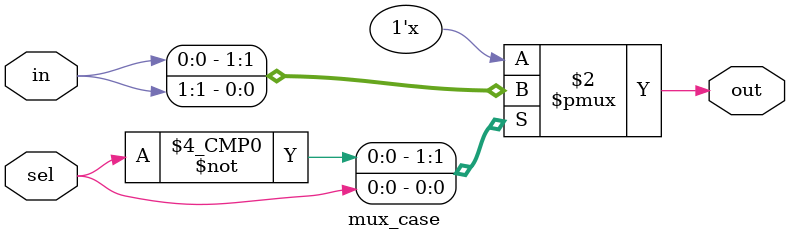
<source format=v>
module mux_8_1(
  output o,
  input  [7:0] i,
  input  [2:0] s
);
  wire [6:1] k;

  // Stage 1 (controlled by s[0])
  mux_case vas1(k[1], i[1:0], s[0]);
  mux_case vas2(k[2], i[3:2], s[0]);
  mux_case vas3(k[3], i[5:4], s[0]);
  mux_case vas4(k[4], i[7:6], s[0]);

  // Stage 2 (controlled by s[1])
  mux_case vas5(k[5], {k[2], k[1]}, s[1]);
  mux_case vas6(k[6], {k[4], k[3]}, s[1]);

  // Stage 3 (controlled by s[2])
  mux_case vas7(o, {k[6], k[5]}, s[2]);

endmodule


// 2:1 MUX
module mux_case(
  output reg out,
  input  [1:0] in,
  input  sel          
);
  always @(*) begin
    case(sel)
      1'b0: out = in[0];
      1'b1: out = in[1];
      default: out = 1'bx;
    endcase
  end
endmodule

</source>
